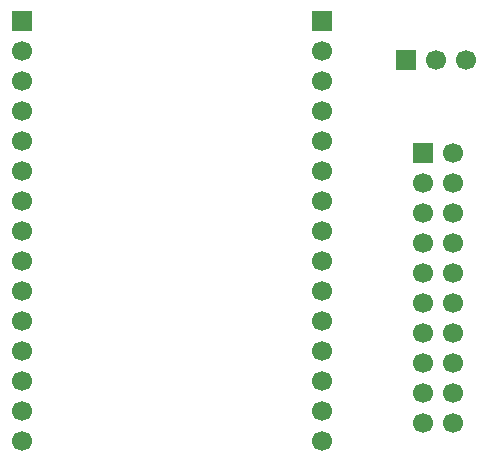
<source format=gbr>
%TF.GenerationSoftware,KiCad,Pcbnew,9.0.3-9.0.3-0~ubuntu24.04.1*%
%TF.CreationDate,2025-07-14T18:48:31-05:00*%
%TF.ProjectId,ESP32_LogicAnalyzer,45535033-325f-44c6-9f67-6963416e616c,rev?*%
%TF.SameCoordinates,Original*%
%TF.FileFunction,Soldermask,Bot*%
%TF.FilePolarity,Negative*%
%FSLAX46Y46*%
G04 Gerber Fmt 4.6, Leading zero omitted, Abs format (unit mm)*
G04 Created by KiCad (PCBNEW 9.0.3-9.0.3-0~ubuntu24.04.1) date 2025-07-14 18:48:31*
%MOMM*%
%LPD*%
G01*
G04 APERTURE LIST*
%ADD10R,1.700000X1.700000*%
%ADD11C,1.700000*%
G04 APERTURE END LIST*
D10*
%TO.C,J5*%
X164483000Y-82724900D03*
D11*
X167023000Y-82724900D03*
X169563000Y-82724900D03*
%TD*%
%TO.C,J1*%
X131979000Y-115017600D03*
X131979000Y-112477600D03*
X131979000Y-109937600D03*
X131979000Y-107397600D03*
X131979000Y-104857600D03*
X131979000Y-102317600D03*
X131979000Y-99777600D03*
X131979000Y-97237600D03*
X131979000Y-94697600D03*
X131979000Y-92157600D03*
X131979000Y-89617600D03*
X131979000Y-87077600D03*
X131979000Y-84537600D03*
X131979000Y-81997600D03*
D10*
X131979000Y-79457600D03*
%TD*%
%TO.C,J6*%
X165973000Y-90616000D03*
D11*
X168513000Y-90616000D03*
X165973000Y-93156000D03*
X168513000Y-93156000D03*
X165973000Y-95696000D03*
X168513000Y-95696000D03*
X165973000Y-98236000D03*
X168513000Y-98236000D03*
X165973000Y-100776000D03*
X168513000Y-100776000D03*
X165973000Y-103316000D03*
X168513000Y-103316000D03*
X165973000Y-105856000D03*
X168513000Y-105856000D03*
X165973000Y-108396000D03*
X168513000Y-108396000D03*
X165973000Y-110936000D03*
X168513000Y-110936000D03*
X165973000Y-113476000D03*
X168513000Y-113476000D03*
%TD*%
%TO.C,J2*%
X157379000Y-115017600D03*
X157379000Y-112477600D03*
X157379000Y-109937600D03*
X157379000Y-107397600D03*
X157379000Y-104857600D03*
X157379000Y-102317600D03*
X157379000Y-99777600D03*
X157379000Y-97237600D03*
X157379000Y-94697600D03*
X157379000Y-92157600D03*
X157379000Y-89617600D03*
X157379000Y-87077600D03*
X157379000Y-84537600D03*
X157379000Y-81997600D03*
D10*
X157379000Y-79457600D03*
%TD*%
M02*

</source>
